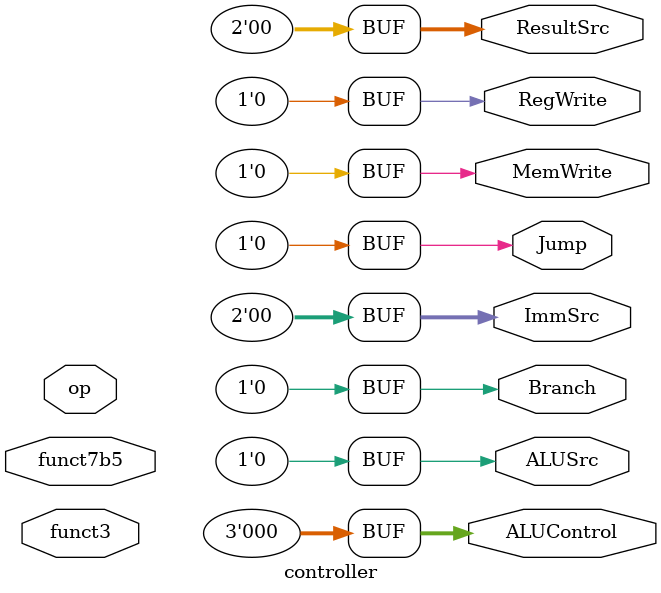
<source format=sv>
module controller(input  logic [6:0] op,
                  input  logic [2:0] funct3,
                  input  logic       funct7b5,
                 // input  logic       Zero, // not needed --Dr.M
                  output logic [1:0] ResultSrc,
                  output logic       MemWrite,
                  output logic       Branch,
                  output logic       ALUSrc,
                  output logic       RegWrite, Jump,
                  output logic [2:0] ALUControl,
                  output logic [1:0] ImmSrc
                 // output logic       PCSrc  // not needed --Dr.M
                  );

  logic [1:0] ALUOp;
  //initialization --Dr.M 
  initial begin 
   ResultSrc <=0; 
   MemWrite<=0; 
   Branch <=0;
   ALUSrc<=0;
   RegWrite <=0;
   Jump<=0; 
   ImmSrc<=0;
   ALUControl <=0;
   end

  maindec md(op, ResultSrc, MemWrite, Branch,
             ALUSrc, RegWrite, Jump, ImmSrc, ALUOp);
  aludec  ad(op[5], funct3, funct7b5, ALUOp, ALUControl);

  //assign PCSrc = Branch & Zero | Jump;
endmodule

</source>
